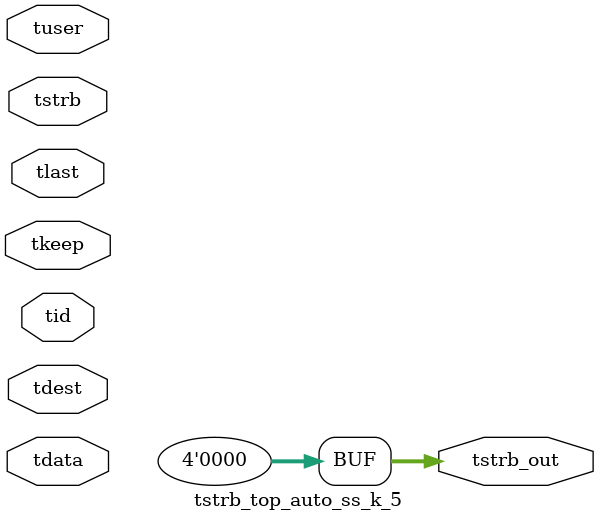
<source format=v>


`timescale 1ps/1ps

module tstrb_top_auto_ss_k_5 #
(
parameter C_S_AXIS_TDATA_WIDTH = 32,
parameter C_S_AXIS_TUSER_WIDTH = 0,
parameter C_S_AXIS_TID_WIDTH   = 0,
parameter C_S_AXIS_TDEST_WIDTH = 0,
parameter C_M_AXIS_TDATA_WIDTH = 32
)
(
input  [(C_S_AXIS_TDATA_WIDTH == 0 ? 1 : C_S_AXIS_TDATA_WIDTH)-1:0     ] tdata,
input  [(C_S_AXIS_TUSER_WIDTH == 0 ? 1 : C_S_AXIS_TUSER_WIDTH)-1:0     ] tuser,
input  [(C_S_AXIS_TID_WIDTH   == 0 ? 1 : C_S_AXIS_TID_WIDTH)-1:0       ] tid,
input  [(C_S_AXIS_TDEST_WIDTH == 0 ? 1 : C_S_AXIS_TDEST_WIDTH)-1:0     ] tdest,
input  [(C_S_AXIS_TDATA_WIDTH/8)-1:0 ] tkeep,
input  [(C_S_AXIS_TDATA_WIDTH/8)-1:0 ] tstrb,
input                                                                    tlast,
output [(C_M_AXIS_TDATA_WIDTH/8)-1:0 ] tstrb_out
);

assign tstrb_out = {1'b0};

endmodule


</source>
